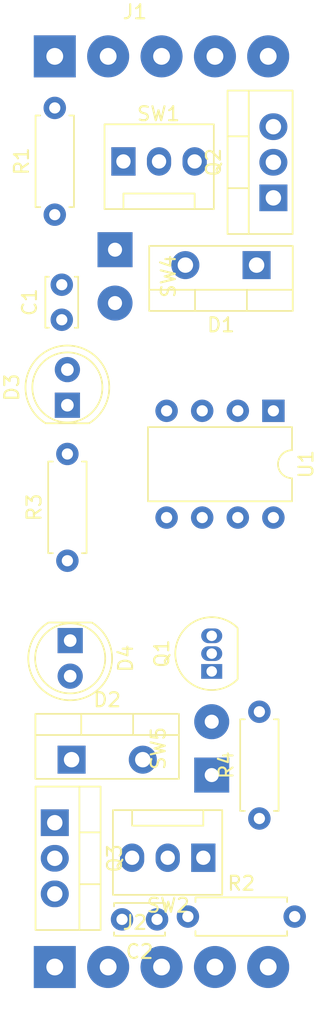
<source format=kicad_pcb>
(kicad_pcb (version 20171130) (host pcbnew 5.1.5+dfsg1-2build2)

  (general
    (thickness 1.6)
    (drawings 0)
    (tracks 0)
    (zones 0)
    (modules 20)
    (nets 20)
  )

  (page A4)
  (layers
    (0 F.Cu signal)
    (31 B.Cu signal)
    (32 B.Adhes user)
    (33 F.Adhes user)
    (34 B.Paste user)
    (35 F.Paste user)
    (36 B.SilkS user)
    (37 F.SilkS user)
    (38 B.Mask user)
    (39 F.Mask user)
    (40 Dwgs.User user)
    (41 Cmts.User user)
    (42 Eco1.User user)
    (43 Eco2.User user)
    (44 Edge.Cuts user)
    (45 Margin user)
    (46 B.CrtYd user)
    (47 F.CrtYd user)
    (48 B.Fab user)
    (49 F.Fab user)
  )

  (setup
    (last_trace_width 3)
    (user_trace_width 1)
    (user_trace_width 3)
    (user_trace_width 5)
    (trace_clearance 0.2)
    (zone_clearance 0.508)
    (zone_45_only no)
    (trace_min 0.2)
    (via_size 0.8)
    (via_drill 0.4)
    (via_min_size 0.4)
    (via_min_drill 0.3)
    (uvia_size 0.3)
    (uvia_drill 0.1)
    (uvias_allowed no)
    (uvia_min_size 0.2)
    (uvia_min_drill 0.1)
    (edge_width 0.05)
    (segment_width 0.2)
    (pcb_text_width 0.3)
    (pcb_text_size 1.5 1.5)
    (mod_edge_width 0.12)
    (mod_text_size 1 1)
    (mod_text_width 0.15)
    (pad_size 1.524 1.524)
    (pad_drill 0.762)
    (pad_to_mask_clearance 0.051)
    (solder_mask_min_width 0.25)
    (aux_axis_origin 0 0)
    (visible_elements FFFFFF7F)
    (pcbplotparams
      (layerselection 0x010fc_ffffffff)
      (usegerberextensions false)
      (usegerberattributes false)
      (usegerberadvancedattributes false)
      (creategerberjobfile false)
      (excludeedgelayer true)
      (linewidth 0.100000)
      (plotframeref false)
      (viasonmask false)
      (mode 1)
      (useauxorigin false)
      (hpglpennumber 1)
      (hpglpenspeed 20)
      (hpglpendiameter 15.000000)
      (psnegative false)
      (psa4output false)
      (plotreference true)
      (plotvalue true)
      (plotinvisibletext false)
      (padsonsilk false)
      (subtractmaskfromsilk false)
      (outputformat 1)
      (mirror false)
      (drillshape 1)
      (scaleselection 1)
      (outputdirectory ""))
  )

  (net 0 "")
  (net 1 "Net-(C1-Pad2)")
  (net 2 "Net-(C1-Pad1)")
  (net 3 "Net-(C2-Pad2)")
  (net 4 "Net-(C2-Pad1)")
  (net 5 +12C)
  (net 6 "Net-(D1-Pad1)")
  (net 7 +12P)
  (net 8 "Net-(D2-Pad1)")
  (net 9 "Net-(Q1-Pad1)")
  (net 10 "Net-(J2-Pad5)")
  (net 11 "Net-(Q1-Pad2)")
  (net 12 "Net-(J1-Pad1)")
  (net 13 "Net-(D4-Pad2)")
  (net 14 GND)
  (net 15 GNDA)
  (net 16 "Net-(D3-Pad1)")
  (net 17 "Net-(SW1-Pad2)")
  (net 18 "Net-(SW4-Pad2)")
  (net 19 "Net-(SW2-Pad2)")

  (net_class Default "This is the default net class."
    (clearance 0.2)
    (trace_width 0.25)
    (via_dia 0.8)
    (via_drill 0.4)
    (uvia_dia 0.3)
    (uvia_drill 0.1)
    (add_net +12C)
    (add_net +12P)
    (add_net GND)
    (add_net GNDA)
    (add_net "Net-(C1-Pad1)")
    (add_net "Net-(C1-Pad2)")
    (add_net "Net-(C2-Pad1)")
    (add_net "Net-(C2-Pad2)")
    (add_net "Net-(D1-Pad1)")
    (add_net "Net-(D2-Pad1)")
    (add_net "Net-(D3-Pad1)")
    (add_net "Net-(D4-Pad2)")
    (add_net "Net-(J1-Pad1)")
    (add_net "Net-(J1-Pad2)")
    (add_net "Net-(J1-Pad3)")
    (add_net "Net-(J2-Pad3)")
    (add_net "Net-(J2-Pad4)")
    (add_net "Net-(J2-Pad5)")
    (add_net "Net-(Q1-Pad1)")
    (add_net "Net-(Q1-Pad2)")
    (add_net "Net-(SW1-Pad2)")
    (add_net "Net-(SW2-Pad2)")
    (add_net "Net-(SW4-Pad2)")
    (add_net "Net-(U1-Pad1)")
    (add_net "Net-(U1-Pad4)")
    (add_net "Net-(U1-Pad7)")
  )

  (module Connector_Wire:SolderWirePad_1x02_P3.81mm_Drill1mm (layer F.Cu) (tedit 5AEE5F04) (tstamp 60FE4A79)
    (at 188.2 113.3 90)
    (descr "Wire solder connection")
    (tags connector)
    (path /618F92AA)
    (attr virtual)
    (fp_text reference SW5 (at 1.905 -3.81 90) (layer F.SilkS)
      (effects (font (size 1 1) (thickness 0.15)))
    )
    (fp_text value "Manual B" (at 1.905 3.81 90) (layer F.Fab)
      (effects (font (size 1 1) (thickness 0.15)))
    )
    (fp_line (start 5.56 1.75) (end -1.74 1.75) (layer F.CrtYd) (width 0.05))
    (fp_line (start 5.56 1.75) (end 5.56 -1.75) (layer F.CrtYd) (width 0.05))
    (fp_line (start -1.74 -1.75) (end -1.74 1.75) (layer F.CrtYd) (width 0.05))
    (fp_line (start -1.74 -1.75) (end 5.56 -1.75) (layer F.CrtYd) (width 0.05))
    (fp_text user %R (at 1.905 0 90) (layer F.Fab)
      (effects (font (size 1 1) (thickness 0.15)))
    )
    (pad 2 thru_hole circle (at 3.81 0 90) (size 2.49936 2.49936) (drill 1.00076) (layers *.Cu *.Mask)
      (net 9 "Net-(Q1-Pad1)"))
    (pad 1 thru_hole rect (at 0 0 90) (size 2.49936 2.49936) (drill 1.00076) (layers *.Cu *.Mask)
      (net 19 "Net-(SW2-Pad2)"))
  )

  (module Connector_Wire:SolderWirePad_1x02_P3.81mm_Drill1mm (layer F.Cu) (tedit 5AEE5F04) (tstamp 60FE4CB0)
    (at 181.3 75.8 270)
    (descr "Wire solder connection")
    (tags connector)
    (path /618F82CE)
    (attr virtual)
    (fp_text reference SW4 (at 1.905 -3.81 90) (layer F.SilkS)
      (effects (font (size 1 1) (thickness 0.15)))
    )
    (fp_text value "Manual A" (at 1.905 3.81 90) (layer F.Fab)
      (effects (font (size 1 1) (thickness 0.15)))
    )
    (fp_line (start 5.56 1.75) (end -1.74 1.75) (layer F.CrtYd) (width 0.05))
    (fp_line (start 5.56 1.75) (end 5.56 -1.75) (layer F.CrtYd) (width 0.05))
    (fp_line (start -1.74 -1.75) (end -1.74 1.75) (layer F.CrtYd) (width 0.05))
    (fp_line (start -1.74 -1.75) (end 5.56 -1.75) (layer F.CrtYd) (width 0.05))
    (fp_text user %R (at 1.905 0 90) (layer F.Fab)
      (effects (font (size 1 1) (thickness 0.15)))
    )
    (pad 2 thru_hole circle (at 3.81 0 270) (size 2.49936 2.49936) (drill 1.00076) (layers *.Cu *.Mask)
      (net 18 "Net-(SW4-Pad2)"))
    (pad 1 thru_hole rect (at 0 0 270) (size 2.49936 2.49936) (drill 1.00076) (layers *.Cu *.Mask)
      (net 17 "Net-(SW1-Pad2)"))
  )

  (module LED_THT:LED_D5.0mm (layer F.Cu) (tedit 5995936A) (tstamp 60FE27B2)
    (at 177.9 86.9 90)
    (descr "LED, diameter 5.0mm, 2 pins, http://cdn-reichelt.de/documents/datenblatt/A500/LL-504BC2E-009.pdf")
    (tags "LED diameter 5.0mm 2 pins")
    (path /61A46EBA)
    (fp_text reference D3 (at 1.27 -3.96 90) (layer F.SilkS)
      (effects (font (size 1 1) (thickness 0.15)))
    )
    (fp_text value LED_Dual_Bidirectional-Device (at 1.27 3.96 90) (layer F.Fab)
      (effects (font (size 1 1) (thickness 0.15)))
    )
    (fp_text user %R (at 1.25 0 90) (layer F.Fab)
      (effects (font (size 0.8 0.8) (thickness 0.2)))
    )
    (fp_line (start 4.5 -3.25) (end -1.95 -3.25) (layer F.CrtYd) (width 0.05))
    (fp_line (start 4.5 3.25) (end 4.5 -3.25) (layer F.CrtYd) (width 0.05))
    (fp_line (start -1.95 3.25) (end 4.5 3.25) (layer F.CrtYd) (width 0.05))
    (fp_line (start -1.95 -3.25) (end -1.95 3.25) (layer F.CrtYd) (width 0.05))
    (fp_line (start -1.29 -1.545) (end -1.29 1.545) (layer F.SilkS) (width 0.12))
    (fp_line (start -1.23 -1.469694) (end -1.23 1.469694) (layer F.Fab) (width 0.1))
    (fp_circle (center 1.27 0) (end 3.77 0) (layer F.SilkS) (width 0.12))
    (fp_circle (center 1.27 0) (end 3.77 0) (layer F.Fab) (width 0.1))
    (fp_arc (start 1.27 0) (end -1.29 1.54483) (angle -148.9) (layer F.SilkS) (width 0.12))
    (fp_arc (start 1.27 0) (end -1.29 -1.54483) (angle 148.9) (layer F.SilkS) (width 0.12))
    (fp_arc (start 1.27 0) (end -1.23 -1.469694) (angle 299.1) (layer F.Fab) (width 0.1))
    (pad 2 thru_hole circle (at 2.54 0 90) (size 1.8 1.8) (drill 0.9) (layers *.Cu *.Mask)
      (net 15 GNDA))
    (pad 1 thru_hole rect (at 0 0 90) (size 1.8 1.8) (drill 0.9) (layers *.Cu *.Mask)
      (net 16 "Net-(D3-Pad1)"))
    (model ${KISYS3DMOD}/LED_THT.3dshapes/LED_D5.0mm.wrl
      (at (xyz 0 0 0))
      (scale (xyz 1 1 1))
      (rotate (xyz 0 0 0))
    )
  )

  (module Connector:FanPinHeader_1x03_P2.54mm_Vertical (layer F.Cu) (tedit 5A19DCDF) (tstamp 60FE23A1)
    (at 187.6 119.2 180)
    (descr "3-pin CPU fan Through hole pin header, see http://www.formfactors.org/developer%5Cspecs%5Crev1_2_public.pdf")
    (tags "pin header 3-pin CPU fan")
    (path /612ED73C)
    (fp_text reference SW2 (at 2.5 -3.4) (layer F.SilkS)
      (effects (font (size 1 1) (thickness 0.15)))
    )
    (fp_text value "BUILT IN" (at 2.55 4.5) (layer F.Fab)
      (effects (font (size 1 1) (thickness 0.15)))
    )
    (fp_line (start 6.85 -3.05) (end 6.85 3.8) (layer F.CrtYd) (width 0.05))
    (fp_line (start 6.85 -3.05) (end -1.75 -3.05) (layer F.CrtYd) (width 0.05))
    (fp_line (start -1.75 3.8) (end 6.85 3.8) (layer F.CrtYd) (width 0.05))
    (fp_line (start -1.75 3.8) (end -1.75 -3.05) (layer F.CrtYd) (width 0.05))
    (fp_line (start 5.08 2.29) (end 5.08 3.3) (layer F.SilkS) (width 0.12))
    (fp_line (start 0 2.29) (end 5.08 2.29) (layer F.SilkS) (width 0.12))
    (fp_line (start 0 3.3) (end 0 2.29) (layer F.SilkS) (width 0.12))
    (fp_line (start 6.35 3.3) (end -1.25 3.3) (layer F.Fab) (width 0.1))
    (fp_line (start 6.35 -2.55) (end 6.35 3.3) (layer F.Fab) (width 0.1))
    (fp_line (start -1.25 -2.55) (end 6.35 -2.55) (layer F.Fab) (width 0.1))
    (fp_line (start -1.25 3.3) (end -1.25 -2.55) (layer F.Fab) (width 0.1))
    (fp_line (start 0 2.3) (end 0 3.3) (layer F.Fab) (width 0.1))
    (fp_line (start 5.05 2.3) (end 0 2.3) (layer F.Fab) (width 0.1))
    (fp_line (start 5.05 3.3) (end 5.05 2.3) (layer F.Fab) (width 0.1))
    (fp_line (start 6.45 3.4) (end -1.35 3.4) (layer F.SilkS) (width 0.12))
    (fp_line (start 6.45 -2.65) (end 6.45 3.4) (layer F.SilkS) (width 0.12))
    (fp_line (start -1.35 -2.65) (end 6.45 -2.65) (layer F.SilkS) (width 0.12))
    (fp_line (start -1.35 3.4) (end -1.35 -2.65) (layer F.SilkS) (width 0.12))
    (fp_text user %R (at 2.45 1.8) (layer F.Fab)
      (effects (font (size 1 1) (thickness 0.15)))
    )
    (pad 3 thru_hole oval (at 5.08 0 270) (size 2.03 1.73) (drill 1.02) (layers *.Cu *.Mask)
      (net 8 "Net-(D2-Pad1)"))
    (pad 2 thru_hole oval (at 2.54 0 270) (size 2.03 1.73) (drill 1.02) (layers *.Cu *.Mask)
      (net 19 "Net-(SW2-Pad2)"))
    (pad 1 thru_hole rect (at 0 0 270) (size 2.03 1.73) (drill 1.02) (layers *.Cu *.Mask)
      (net 7 +12P))
    (model ${KISYS3DMOD}/Connector.3dshapes/FanPinHeader_1x03_P2.54mm_Vertical.wrl
      (at (xyz 0 0 0))
      (scale (xyz 1 1 1))
      (rotate (xyz 0 0 0))
    )
  )

  (module Connector:FanPinHeader_1x03_P2.54mm_Vertical (layer F.Cu) (tedit 5A19DCDF) (tstamp 60FE7AC2)
    (at 181.9 69.5)
    (descr "3-pin CPU fan Through hole pin header, see http://www.formfactors.org/developer%5Cspecs%5Crev1_2_public.pdf")
    (tags "pin header 3-pin CPU fan")
    (path /618A7A6C)
    (fp_text reference SW1 (at 2.5 -3.4) (layer F.SilkS)
      (effects (font (size 1 1) (thickness 0.15)))
    )
    (fp_text value "BUILT IN" (at 2.55 4.5) (layer F.Fab)
      (effects (font (size 1 1) (thickness 0.15)))
    )
    (fp_line (start 6.85 -3.05) (end 6.85 3.8) (layer F.CrtYd) (width 0.05))
    (fp_line (start 6.85 -3.05) (end -1.75 -3.05) (layer F.CrtYd) (width 0.05))
    (fp_line (start -1.75 3.8) (end 6.85 3.8) (layer F.CrtYd) (width 0.05))
    (fp_line (start -1.75 3.8) (end -1.75 -3.05) (layer F.CrtYd) (width 0.05))
    (fp_line (start 5.08 2.29) (end 5.08 3.3) (layer F.SilkS) (width 0.12))
    (fp_line (start 0 2.29) (end 5.08 2.29) (layer F.SilkS) (width 0.12))
    (fp_line (start 0 3.3) (end 0 2.29) (layer F.SilkS) (width 0.12))
    (fp_line (start 6.35 3.3) (end -1.25 3.3) (layer F.Fab) (width 0.1))
    (fp_line (start 6.35 -2.55) (end 6.35 3.3) (layer F.Fab) (width 0.1))
    (fp_line (start -1.25 -2.55) (end 6.35 -2.55) (layer F.Fab) (width 0.1))
    (fp_line (start -1.25 3.3) (end -1.25 -2.55) (layer F.Fab) (width 0.1))
    (fp_line (start 0 2.3) (end 0 3.3) (layer F.Fab) (width 0.1))
    (fp_line (start 5.05 2.3) (end 0 2.3) (layer F.Fab) (width 0.1))
    (fp_line (start 5.05 3.3) (end 5.05 2.3) (layer F.Fab) (width 0.1))
    (fp_line (start 6.45 3.4) (end -1.35 3.4) (layer F.SilkS) (width 0.12))
    (fp_line (start 6.45 -2.65) (end 6.45 3.4) (layer F.SilkS) (width 0.12))
    (fp_line (start -1.35 -2.65) (end 6.45 -2.65) (layer F.SilkS) (width 0.12))
    (fp_line (start -1.35 3.4) (end -1.35 -2.65) (layer F.SilkS) (width 0.12))
    (fp_text user %R (at 2.45 1.8) (layer F.Fab)
      (effects (font (size 1 1) (thickness 0.15)))
    )
    (pad 3 thru_hole oval (at 5.08 0 90) (size 2.03 1.73) (drill 1.02) (layers *.Cu *.Mask)
      (net 6 "Net-(D1-Pad1)"))
    (pad 2 thru_hole oval (at 2.54 0 90) (size 2.03 1.73) (drill 1.02) (layers *.Cu *.Mask)
      (net 17 "Net-(SW1-Pad2)"))
    (pad 1 thru_hole rect (at 0 0 90) (size 2.03 1.73) (drill 1.02) (layers *.Cu *.Mask)
      (net 5 +12C))
    (model ${KISYS3DMOD}/Connector.3dshapes/FanPinHeader_1x03_P2.54mm_Vertical.wrl
      (at (xyz 0 0 0))
      (scale (xyz 1 1 1))
      (rotate (xyz 0 0 0))
    )
  )

  (module Resistor_THT:R_Axial_DIN0207_L6.3mm_D2.5mm_P7.62mm_Horizontal (layer F.Cu) (tedit 5AE5139B) (tstamp 60FE1CB5)
    (at 191.6 116.4 90)
    (descr "Resistor, Axial_DIN0207 series, Axial, Horizontal, pin pitch=7.62mm, 0.25W = 1/4W, length*diameter=6.3*2.5mm^2, http://cdn-reichelt.de/documents/datenblatt/B400/1_4W%23YAG.pdf")
    (tags "Resistor Axial_DIN0207 series Axial Horizontal pin pitch 7.62mm 0.25W = 1/4W length 6.3mm diameter 2.5mm")
    (path /61A3C534)
    (fp_text reference R4 (at 3.81 -2.37 90) (layer F.SilkS)
      (effects (font (size 1 1) (thickness 0.15)))
    )
    (fp_text value "680 Ohm" (at 3.81 2.37 90) (layer F.Fab)
      (effects (font (size 1 1) (thickness 0.15)))
    )
    (fp_text user %R (at 3.81 0 90) (layer F.Fab)
      (effects (font (size 1 1) (thickness 0.15)))
    )
    (fp_line (start 8.67 -1.5) (end -1.05 -1.5) (layer F.CrtYd) (width 0.05))
    (fp_line (start 8.67 1.5) (end 8.67 -1.5) (layer F.CrtYd) (width 0.05))
    (fp_line (start -1.05 1.5) (end 8.67 1.5) (layer F.CrtYd) (width 0.05))
    (fp_line (start -1.05 -1.5) (end -1.05 1.5) (layer F.CrtYd) (width 0.05))
    (fp_line (start 7.08 1.37) (end 7.08 1.04) (layer F.SilkS) (width 0.12))
    (fp_line (start 0.54 1.37) (end 7.08 1.37) (layer F.SilkS) (width 0.12))
    (fp_line (start 0.54 1.04) (end 0.54 1.37) (layer F.SilkS) (width 0.12))
    (fp_line (start 7.08 -1.37) (end 7.08 -1.04) (layer F.SilkS) (width 0.12))
    (fp_line (start 0.54 -1.37) (end 7.08 -1.37) (layer F.SilkS) (width 0.12))
    (fp_line (start 0.54 -1.04) (end 0.54 -1.37) (layer F.SilkS) (width 0.12))
    (fp_line (start 7.62 0) (end 6.96 0) (layer F.Fab) (width 0.1))
    (fp_line (start 0 0) (end 0.66 0) (layer F.Fab) (width 0.1))
    (fp_line (start 6.96 -1.25) (end 0.66 -1.25) (layer F.Fab) (width 0.1))
    (fp_line (start 6.96 1.25) (end 6.96 -1.25) (layer F.Fab) (width 0.1))
    (fp_line (start 0.66 1.25) (end 6.96 1.25) (layer F.Fab) (width 0.1))
    (fp_line (start 0.66 -1.25) (end 0.66 1.25) (layer F.Fab) (width 0.1))
    (pad 2 thru_hole oval (at 7.62 0 90) (size 1.6 1.6) (drill 0.8) (layers *.Cu *.Mask)
      (net 13 "Net-(D4-Pad2)"))
    (pad 1 thru_hole circle (at 0 0 90) (size 1.6 1.6) (drill 0.8) (layers *.Cu *.Mask)
      (net 7 +12P))
    (model ${KISYS3DMOD}/Resistor_THT.3dshapes/R_Axial_DIN0207_L6.3mm_D2.5mm_P7.62mm_Horizontal.wrl
      (at (xyz 0 0 0))
      (scale (xyz 1 1 1))
      (rotate (xyz 0 0 0))
    )
  )

  (module Resistor_THT:R_Axial_DIN0207_L6.3mm_D2.5mm_P7.62mm_Horizontal (layer F.Cu) (tedit 5AE5139B) (tstamp 60FE1C9E)
    (at 177.9 98 90)
    (descr "Resistor, Axial_DIN0207 series, Axial, Horizontal, pin pitch=7.62mm, 0.25W = 1/4W, length*diameter=6.3*2.5mm^2, http://cdn-reichelt.de/documents/datenblatt/B400/1_4W%23YAG.pdf")
    (tags "Resistor Axial_DIN0207 series Axial Horizontal pin pitch 7.62mm 0.25W = 1/4W length 6.3mm diameter 2.5mm")
    (path /61A46EC0)
    (fp_text reference R3 (at 3.81 -2.37 90) (layer F.SilkS)
      (effects (font (size 1 1) (thickness 0.15)))
    )
    (fp_text value "680 Ohm" (at 3.81 2.37 90) (layer F.Fab)
      (effects (font (size 1 1) (thickness 0.15)))
    )
    (fp_text user %R (at 3.81 0 90) (layer F.Fab)
      (effects (font (size 1 1) (thickness 0.15)))
    )
    (fp_line (start 8.67 -1.5) (end -1.05 -1.5) (layer F.CrtYd) (width 0.05))
    (fp_line (start 8.67 1.5) (end 8.67 -1.5) (layer F.CrtYd) (width 0.05))
    (fp_line (start -1.05 1.5) (end 8.67 1.5) (layer F.CrtYd) (width 0.05))
    (fp_line (start -1.05 -1.5) (end -1.05 1.5) (layer F.CrtYd) (width 0.05))
    (fp_line (start 7.08 1.37) (end 7.08 1.04) (layer F.SilkS) (width 0.12))
    (fp_line (start 0.54 1.37) (end 7.08 1.37) (layer F.SilkS) (width 0.12))
    (fp_line (start 0.54 1.04) (end 0.54 1.37) (layer F.SilkS) (width 0.12))
    (fp_line (start 7.08 -1.37) (end 7.08 -1.04) (layer F.SilkS) (width 0.12))
    (fp_line (start 0.54 -1.37) (end 7.08 -1.37) (layer F.SilkS) (width 0.12))
    (fp_line (start 0.54 -1.04) (end 0.54 -1.37) (layer F.SilkS) (width 0.12))
    (fp_line (start 7.62 0) (end 6.96 0) (layer F.Fab) (width 0.1))
    (fp_line (start 0 0) (end 0.66 0) (layer F.Fab) (width 0.1))
    (fp_line (start 6.96 -1.25) (end 0.66 -1.25) (layer F.Fab) (width 0.1))
    (fp_line (start 6.96 1.25) (end 6.96 -1.25) (layer F.Fab) (width 0.1))
    (fp_line (start 0.66 1.25) (end 6.96 1.25) (layer F.Fab) (width 0.1))
    (fp_line (start 0.66 -1.25) (end 0.66 1.25) (layer F.Fab) (width 0.1))
    (pad 2 thru_hole oval (at 7.62 0 90) (size 1.6 1.6) (drill 0.8) (layers *.Cu *.Mask)
      (net 16 "Net-(D3-Pad1)"))
    (pad 1 thru_hole circle (at 0 0 90) (size 1.6 1.6) (drill 0.8) (layers *.Cu *.Mask)
      (net 5 +12C))
    (model ${KISYS3DMOD}/Resistor_THT.3dshapes/R_Axial_DIN0207_L6.3mm_D2.5mm_P7.62mm_Horizontal.wrl
      (at (xyz 0 0 0))
      (scale (xyz 1 1 1))
      (rotate (xyz 0 0 0))
    )
  )

  (module 12vATS:SolderWirePad_1x05_P3.81mm_Drill1.2mm (layer F.Cu) (tedit 60FE0760) (tstamp 60FE1BA9)
    (at 177 127)
    (descr "Wire solder connection")
    (tags connector)
    (path /612F8AB5)
    (attr virtual)
    (fp_text reference J2 (at 5.715 -3.175) (layer F.SilkS)
      (effects (font (size 1 1) (thickness 0.15)))
    )
    (fp_text value Screw_Terminal_01x05 (at 5.715 3.175) (layer F.Fab)
      (effects (font (size 1 1) (thickness 0.15)))
    )
    (fp_line (start 17.1 2) (end -1.99 2) (layer F.CrtYd) (width 0.05))
    (fp_line (start 17.1 2) (end 17.1 -2) (layer F.CrtYd) (width 0.05))
    (fp_line (start -1.99 -2) (end -1.99 2) (layer F.CrtYd) (width 0.05))
    (fp_line (start -1.99 -2) (end 17.1 -2) (layer F.CrtYd) (width 0.05))
    (fp_text user %R (at 5.715 0) (layer F.Fab)
      (effects (font (size 1 1) (thickness 0.15)))
    )
    (pad 5 thru_hole circle (at 15.23 0) (size 2.99974 2.99974) (drill 1.19888) (layers *.Cu *.Mask)
      (net 10 "Net-(J2-Pad5)"))
    (pad 4 thru_hole circle (at 11.43 0) (size 2.99974 2.99974) (drill 1.19888) (layers *.Cu *.Mask))
    (pad 3 thru_hole circle (at 7.62 0) (size 2.99974 2.99974) (drill 1.19888) (layers *.Cu *.Mask))
    (pad 2 thru_hole circle (at 3.81 0) (size 2.99974 2.99974) (drill 1.19888) (layers *.Cu *.Mask)
      (net 7 +12P))
    (pad 1 thru_hole rect (at 0 0) (size 2.99974 2.99974) (drill 1.19888) (layers *.Cu *.Mask)
      (net 14 GND))
  )

  (module 12vATS:SolderWirePad_1x05_P3.81mm_Drill1.2mm (layer F.Cu) (tedit 60FE0760) (tstamp 60FE1D91)
    (at 177 62)
    (descr "Wire solder connection")
    (tags connector)
    (path /612FAE2C)
    (attr virtual)
    (fp_text reference J1 (at 5.715 -3.175) (layer F.SilkS)
      (effects (font (size 1 1) (thickness 0.15)))
    )
    (fp_text value Screw_Terminal_01x05 (at 5.715 3.175) (layer F.Fab)
      (effects (font (size 1 1) (thickness 0.15)))
    )
    (fp_line (start 17.1 2) (end -1.99 2) (layer F.CrtYd) (width 0.05))
    (fp_line (start 17.1 2) (end 17.1 -2) (layer F.CrtYd) (width 0.05))
    (fp_line (start -1.99 -2) (end -1.99 2) (layer F.CrtYd) (width 0.05))
    (fp_line (start -1.99 -2) (end 17.1 -2) (layer F.CrtYd) (width 0.05))
    (fp_text user %R (at 5.715 0) (layer F.Fab)
      (effects (font (size 1 1) (thickness 0.15)))
    )
    (pad 5 thru_hole circle (at 15.23 0) (size 2.99974 2.99974) (drill 1.19888) (layers *.Cu *.Mask)
      (net 15 GNDA))
    (pad 4 thru_hole circle (at 11.43 0) (size 2.99974 2.99974) (drill 1.19888) (layers *.Cu *.Mask)
      (net 5 +12C))
    (pad 3 thru_hole circle (at 7.62 0) (size 2.99974 2.99974) (drill 1.19888) (layers *.Cu *.Mask))
    (pad 2 thru_hole circle (at 3.81 0) (size 2.99974 2.99974) (drill 1.19888) (layers *.Cu *.Mask))
    (pad 1 thru_hole rect (at 0 0) (size 2.99974 2.99974) (drill 1.19888) (layers *.Cu *.Mask)
      (net 12 "Net-(J1-Pad1)"))
  )

  (module LED_THT:LED_D5.0mm (layer F.Cu) (tedit 5995936A) (tstamp 60FE1B8D)
    (at 178.1 103.7 270)
    (descr "LED, diameter 5.0mm, 2 pins, http://cdn-reichelt.de/documents/datenblatt/A500/LL-504BC2E-009.pdf")
    (tags "LED diameter 5.0mm 2 pins")
    (path /619C6BEA)
    (fp_text reference D4 (at 1.27 -3.96 90) (layer F.SilkS)
      (effects (font (size 1 1) (thickness 0.15)))
    )
    (fp_text value LED_Dual_Bidirectional-Device (at 1.27 3.96 90) (layer F.Fab)
      (effects (font (size 1 1) (thickness 0.15)))
    )
    (fp_text user %R (at 1.25 0 90) (layer F.Fab)
      (effects (font (size 0.8 0.8) (thickness 0.2)))
    )
    (fp_line (start 4.5 -3.25) (end -1.95 -3.25) (layer F.CrtYd) (width 0.05))
    (fp_line (start 4.5 3.25) (end 4.5 -3.25) (layer F.CrtYd) (width 0.05))
    (fp_line (start -1.95 3.25) (end 4.5 3.25) (layer F.CrtYd) (width 0.05))
    (fp_line (start -1.95 -3.25) (end -1.95 3.25) (layer F.CrtYd) (width 0.05))
    (fp_line (start -1.29 -1.545) (end -1.29 1.545) (layer F.SilkS) (width 0.12))
    (fp_line (start -1.23 -1.469694) (end -1.23 1.469694) (layer F.Fab) (width 0.1))
    (fp_circle (center 1.27 0) (end 3.77 0) (layer F.SilkS) (width 0.12))
    (fp_circle (center 1.27 0) (end 3.77 0) (layer F.Fab) (width 0.1))
    (fp_arc (start 1.27 0) (end -1.29 1.54483) (angle -148.9) (layer F.SilkS) (width 0.12))
    (fp_arc (start 1.27 0) (end -1.29 -1.54483) (angle 148.9) (layer F.SilkS) (width 0.12))
    (fp_arc (start 1.27 0) (end -1.23 -1.469694) (angle 299.1) (layer F.Fab) (width 0.1))
    (pad 2 thru_hole circle (at 2.54 0 270) (size 1.8 1.8) (drill 0.9) (layers *.Cu *.Mask)
      (net 13 "Net-(D4-Pad2)"))
    (pad 1 thru_hole rect (at 0 0 270) (size 1.8 1.8) (drill 0.9) (layers *.Cu *.Mask)
      (net 14 GND))
    (model ${KISYS3DMOD}/LED_THT.3dshapes/LED_D5.0mm.wrl
      (at (xyz 0 0 0))
      (scale (xyz 1 1 1))
      (rotate (xyz 0 0 0))
    )
  )

  (module Package_DIP:DIP-8_W7.62mm (layer F.Cu) (tedit 5A02E8C5) (tstamp 60FE8829)
    (at 192.6 87.3 270)
    (descr "8-lead though-hole mounted DIP package, row spacing 7.62 mm (300 mils)")
    (tags "THT DIP DIL PDIP 2.54mm 7.62mm 300mil")
    (path /617B2F42)
    (fp_text reference U1 (at 3.81 -2.33 90) (layer F.SilkS)
      (effects (font (size 1 1) (thickness 0.15)))
    )
    (fp_text value TLP351 (at 3.81 9.95 90) (layer F.Fab)
      (effects (font (size 1 1) (thickness 0.15)))
    )
    (fp_text user %R (at 3.81 3.81 90) (layer F.Fab)
      (effects (font (size 1 1) (thickness 0.15)))
    )
    (fp_line (start 8.7 -1.55) (end -1.1 -1.55) (layer F.CrtYd) (width 0.05))
    (fp_line (start 8.7 9.15) (end 8.7 -1.55) (layer F.CrtYd) (width 0.05))
    (fp_line (start -1.1 9.15) (end 8.7 9.15) (layer F.CrtYd) (width 0.05))
    (fp_line (start -1.1 -1.55) (end -1.1 9.15) (layer F.CrtYd) (width 0.05))
    (fp_line (start 6.46 -1.33) (end 4.81 -1.33) (layer F.SilkS) (width 0.12))
    (fp_line (start 6.46 8.95) (end 6.46 -1.33) (layer F.SilkS) (width 0.12))
    (fp_line (start 1.16 8.95) (end 6.46 8.95) (layer F.SilkS) (width 0.12))
    (fp_line (start 1.16 -1.33) (end 1.16 8.95) (layer F.SilkS) (width 0.12))
    (fp_line (start 2.81 -1.33) (end 1.16 -1.33) (layer F.SilkS) (width 0.12))
    (fp_line (start 0.635 -0.27) (end 1.635 -1.27) (layer F.Fab) (width 0.1))
    (fp_line (start 0.635 8.89) (end 0.635 -0.27) (layer F.Fab) (width 0.1))
    (fp_line (start 6.985 8.89) (end 0.635 8.89) (layer F.Fab) (width 0.1))
    (fp_line (start 6.985 -1.27) (end 6.985 8.89) (layer F.Fab) (width 0.1))
    (fp_line (start 1.635 -1.27) (end 6.985 -1.27) (layer F.Fab) (width 0.1))
    (fp_arc (start 3.81 -1.33) (end 2.81 -1.33) (angle -180) (layer F.SilkS) (width 0.12))
    (pad 8 thru_hole oval (at 7.62 0 270) (size 1.6 1.6) (drill 0.8) (layers *.Cu *.Mask)
      (net 7 +12P))
    (pad 4 thru_hole oval (at 0 7.62 270) (size 1.6 1.6) (drill 0.8) (layers *.Cu *.Mask))
    (pad 7 thru_hole oval (at 7.62 2.54 270) (size 1.6 1.6) (drill 0.8) (layers *.Cu *.Mask))
    (pad 3 thru_hole oval (at 0 5.08 270) (size 1.6 1.6) (drill 0.8) (layers *.Cu *.Mask)
      (net 18 "Net-(SW4-Pad2)"))
    (pad 6 thru_hole oval (at 7.62 5.08 270) (size 1.6 1.6) (drill 0.8) (layers *.Cu *.Mask)
      (net 11 "Net-(Q1-Pad2)"))
    (pad 2 thru_hole oval (at 0 2.54 270) (size 1.6 1.6) (drill 0.8) (layers *.Cu *.Mask)
      (net 6 "Net-(D1-Pad1)"))
    (pad 5 thru_hole oval (at 7.62 7.62 270) (size 1.6 1.6) (drill 0.8) (layers *.Cu *.Mask)
      (net 9 "Net-(Q1-Pad1)"))
    (pad 1 thru_hole rect (at 0 0 270) (size 1.6 1.6) (drill 0.8) (layers *.Cu *.Mask))
    (model ${KISYS3DMOD}/Package_DIP.3dshapes/DIP-8_W7.62mm.wrl
      (at (xyz 0 0 0))
      (scale (xyz 1 1 1))
      (rotate (xyz 0 0 0))
    )
  )

  (module Resistor_THT:R_Axial_DIN0207_L6.3mm_D2.5mm_P7.62mm_Horizontal (layer F.Cu) (tedit 5AE5139B) (tstamp 60FE035E)
    (at 186.5 123.4)
    (descr "Resistor, Axial_DIN0207 series, Axial, Horizontal, pin pitch=7.62mm, 0.25W = 1/4W, length*diameter=6.3*2.5mm^2, http://cdn-reichelt.de/documents/datenblatt/B400/1_4W%23YAG.pdf")
    (tags "Resistor Axial_DIN0207 series Axial Horizontal pin pitch 7.62mm 0.25W = 1/4W length 6.3mm diameter 2.5mm")
    (path /61434209)
    (fp_text reference R2 (at 3.81 -2.37) (layer F.SilkS)
      (effects (font (size 1 1) (thickness 0.15)))
    )
    (fp_text value "1M Ohm" (at 3.81 2.37) (layer F.Fab)
      (effects (font (size 1 1) (thickness 0.15)))
    )
    (fp_text user %R (at 3.81 0) (layer F.Fab)
      (effects (font (size 1 1) (thickness 0.15)))
    )
    (fp_line (start 8.67 -1.5) (end -1.05 -1.5) (layer F.CrtYd) (width 0.05))
    (fp_line (start 8.67 1.5) (end 8.67 -1.5) (layer F.CrtYd) (width 0.05))
    (fp_line (start -1.05 1.5) (end 8.67 1.5) (layer F.CrtYd) (width 0.05))
    (fp_line (start -1.05 -1.5) (end -1.05 1.5) (layer F.CrtYd) (width 0.05))
    (fp_line (start 7.08 1.37) (end 7.08 1.04) (layer F.SilkS) (width 0.12))
    (fp_line (start 0.54 1.37) (end 7.08 1.37) (layer F.SilkS) (width 0.12))
    (fp_line (start 0.54 1.04) (end 0.54 1.37) (layer F.SilkS) (width 0.12))
    (fp_line (start 7.08 -1.37) (end 7.08 -1.04) (layer F.SilkS) (width 0.12))
    (fp_line (start 0.54 -1.37) (end 7.08 -1.37) (layer F.SilkS) (width 0.12))
    (fp_line (start 0.54 -1.04) (end 0.54 -1.37) (layer F.SilkS) (width 0.12))
    (fp_line (start 7.62 0) (end 6.96 0) (layer F.Fab) (width 0.1))
    (fp_line (start 0 0) (end 0.66 0) (layer F.Fab) (width 0.1))
    (fp_line (start 6.96 -1.25) (end 0.66 -1.25) (layer F.Fab) (width 0.1))
    (fp_line (start 6.96 1.25) (end 6.96 -1.25) (layer F.Fab) (width 0.1))
    (fp_line (start 0.66 1.25) (end 6.96 1.25) (layer F.Fab) (width 0.1))
    (fp_line (start 0.66 -1.25) (end 0.66 1.25) (layer F.Fab) (width 0.1))
    (pad 2 thru_hole oval (at 7.62 0) (size 1.6 1.6) (drill 0.8) (layers *.Cu *.Mask)
      (net 10 "Net-(J2-Pad5)"))
    (pad 1 thru_hole circle (at 0 0) (size 1.6 1.6) (drill 0.8) (layers *.Cu *.Mask)
      (net 4 "Net-(C2-Pad1)"))
    (model ${KISYS3DMOD}/Resistor_THT.3dshapes/R_Axial_DIN0207_L6.3mm_D2.5mm_P7.62mm_Horizontal.wrl
      (at (xyz 0 0 0))
      (scale (xyz 1 1 1))
      (rotate (xyz 0 0 0))
    )
  )

  (module Resistor_THT:R_Axial_DIN0207_L6.3mm_D2.5mm_P7.62mm_Horizontal (layer F.Cu) (tedit 5AE5139B) (tstamp 60FE0347)
    (at 177 73.3 90)
    (descr "Resistor, Axial_DIN0207 series, Axial, Horizontal, pin pitch=7.62mm, 0.25W = 1/4W, length*diameter=6.3*2.5mm^2, http://cdn-reichelt.de/documents/datenblatt/B400/1_4W%23YAG.pdf")
    (tags "Resistor Axial_DIN0207 series Axial Horizontal pin pitch 7.62mm 0.25W = 1/4W length 6.3mm diameter 2.5mm")
    (path /618B6B93)
    (fp_text reference R1 (at 3.81 -2.37 90) (layer F.SilkS)
      (effects (font (size 1 1) (thickness 0.15)))
    )
    (fp_text value "1M Ohm" (at 3.81 2.37 90) (layer F.Fab)
      (effects (font (size 1 1) (thickness 0.15)))
    )
    (fp_text user %R (at 3.81 0 90) (layer F.Fab)
      (effects (font (size 1 1) (thickness 0.15)))
    )
    (fp_line (start 8.67 -1.5) (end -1.05 -1.5) (layer F.CrtYd) (width 0.05))
    (fp_line (start 8.67 1.5) (end 8.67 -1.5) (layer F.CrtYd) (width 0.05))
    (fp_line (start -1.05 1.5) (end 8.67 1.5) (layer F.CrtYd) (width 0.05))
    (fp_line (start -1.05 -1.5) (end -1.05 1.5) (layer F.CrtYd) (width 0.05))
    (fp_line (start 7.08 1.37) (end 7.08 1.04) (layer F.SilkS) (width 0.12))
    (fp_line (start 0.54 1.37) (end 7.08 1.37) (layer F.SilkS) (width 0.12))
    (fp_line (start 0.54 1.04) (end 0.54 1.37) (layer F.SilkS) (width 0.12))
    (fp_line (start 7.08 -1.37) (end 7.08 -1.04) (layer F.SilkS) (width 0.12))
    (fp_line (start 0.54 -1.37) (end 7.08 -1.37) (layer F.SilkS) (width 0.12))
    (fp_line (start 0.54 -1.04) (end 0.54 -1.37) (layer F.SilkS) (width 0.12))
    (fp_line (start 7.62 0) (end 6.96 0) (layer F.Fab) (width 0.1))
    (fp_line (start 0 0) (end 0.66 0) (layer F.Fab) (width 0.1))
    (fp_line (start 6.96 -1.25) (end 0.66 -1.25) (layer F.Fab) (width 0.1))
    (fp_line (start 6.96 1.25) (end 6.96 -1.25) (layer F.Fab) (width 0.1))
    (fp_line (start 0.66 1.25) (end 6.96 1.25) (layer F.Fab) (width 0.1))
    (fp_line (start 0.66 -1.25) (end 0.66 1.25) (layer F.Fab) (width 0.1))
    (pad 2 thru_hole oval (at 7.62 0 90) (size 1.6 1.6) (drill 0.8) (layers *.Cu *.Mask)
      (net 12 "Net-(J1-Pad1)"))
    (pad 1 thru_hole circle (at 0 0 90) (size 1.6 1.6) (drill 0.8) (layers *.Cu *.Mask)
      (net 2 "Net-(C1-Pad1)"))
    (model ${KISYS3DMOD}/Resistor_THT.3dshapes/R_Axial_DIN0207_L6.3mm_D2.5mm_P7.62mm_Horizontal.wrl
      (at (xyz 0 0 0))
      (scale (xyz 1 1 1))
      (rotate (xyz 0 0 0))
    )
  )

  (module Package_TO_SOT_THT:TO-220-3_Vertical (layer F.Cu) (tedit 5AC8BA0D) (tstamp 60FE5532)
    (at 177 116.7 270)
    (descr "TO-220-3, Vertical, RM 2.54mm, see https://www.vishay.com/docs/66542/to-220-1.pdf")
    (tags "TO-220-3 Vertical RM 2.54mm")
    (path /613004B6)
    (fp_text reference Q3 (at 2.54 -4.27 90) (layer F.SilkS)
      (effects (font (size 1 1) (thickness 0.15)))
    )
    (fp_text value IPP020N08N5AKSA1 (at 2.54 2.5 90) (layer F.Fab)
      (effects (font (size 1 1) (thickness 0.15)))
    )
    (fp_text user %R (at 2.54 -4.27 90) (layer F.Fab)
      (effects (font (size 1 1) (thickness 0.15)))
    )
    (fp_line (start 7.79 -3.4) (end -2.71 -3.4) (layer F.CrtYd) (width 0.05))
    (fp_line (start 7.79 1.51) (end 7.79 -3.4) (layer F.CrtYd) (width 0.05))
    (fp_line (start -2.71 1.51) (end 7.79 1.51) (layer F.CrtYd) (width 0.05))
    (fp_line (start -2.71 -3.4) (end -2.71 1.51) (layer F.CrtYd) (width 0.05))
    (fp_line (start 4.391 -3.27) (end 4.391 -1.76) (layer F.SilkS) (width 0.12))
    (fp_line (start 0.69 -3.27) (end 0.69 -1.76) (layer F.SilkS) (width 0.12))
    (fp_line (start -2.58 -1.76) (end 7.66 -1.76) (layer F.SilkS) (width 0.12))
    (fp_line (start 7.66 -3.27) (end 7.66 1.371) (layer F.SilkS) (width 0.12))
    (fp_line (start -2.58 -3.27) (end -2.58 1.371) (layer F.SilkS) (width 0.12))
    (fp_line (start -2.58 1.371) (end 7.66 1.371) (layer F.SilkS) (width 0.12))
    (fp_line (start -2.58 -3.27) (end 7.66 -3.27) (layer F.SilkS) (width 0.12))
    (fp_line (start 4.39 -3.15) (end 4.39 -1.88) (layer F.Fab) (width 0.1))
    (fp_line (start 0.69 -3.15) (end 0.69 -1.88) (layer F.Fab) (width 0.1))
    (fp_line (start -2.46 -1.88) (end 7.54 -1.88) (layer F.Fab) (width 0.1))
    (fp_line (start 7.54 -3.15) (end -2.46 -3.15) (layer F.Fab) (width 0.1))
    (fp_line (start 7.54 1.25) (end 7.54 -3.15) (layer F.Fab) (width 0.1))
    (fp_line (start -2.46 1.25) (end 7.54 1.25) (layer F.Fab) (width 0.1))
    (fp_line (start -2.46 -3.15) (end -2.46 1.25) (layer F.Fab) (width 0.1))
    (pad 3 thru_hole oval (at 5.08 0 270) (size 1.905 2) (drill 1.1) (layers *.Cu *.Mask)
      (net 14 GND))
    (pad 2 thru_hole oval (at 2.54 0 270) (size 1.905 2) (drill 1.1) (layers *.Cu *.Mask)
      (net 8 "Net-(D2-Pad1)"))
    (pad 1 thru_hole rect (at 0 0 270) (size 1.905 2) (drill 1.1) (layers *.Cu *.Mask)
      (net 3 "Net-(C2-Pad2)"))
    (model ${KISYS3DMOD}/Package_TO_SOT_THT.3dshapes/TO-220-3_Vertical.wrl
      (at (xyz 0 0 0))
      (scale (xyz 1 1 1))
      (rotate (xyz 0 0 0))
    )
  )

  (module Package_TO_SOT_THT:TO-220-3_Vertical (layer F.Cu) (tedit 5AC8BA0D) (tstamp 60FE0316)
    (at 192.6 72.1 90)
    (descr "TO-220-3, Vertical, RM 2.54mm, see https://www.vishay.com/docs/66542/to-220-1.pdf")
    (tags "TO-220-3 Vertical RM 2.54mm")
    (path /61330725)
    (fp_text reference Q2 (at 2.54 -4.27 90) (layer F.SilkS)
      (effects (font (size 1 1) (thickness 0.15)))
    )
    (fp_text value IPP020N08N5AKSA1 (at 2.54 2.5 90) (layer F.Fab)
      (effects (font (size 1 1) (thickness 0.15)))
    )
    (fp_text user %R (at 2.54 -4.27 90) (layer F.Fab)
      (effects (font (size 1 1) (thickness 0.15)))
    )
    (fp_line (start 7.79 -3.4) (end -2.71 -3.4) (layer F.CrtYd) (width 0.05))
    (fp_line (start 7.79 1.51) (end 7.79 -3.4) (layer F.CrtYd) (width 0.05))
    (fp_line (start -2.71 1.51) (end 7.79 1.51) (layer F.CrtYd) (width 0.05))
    (fp_line (start -2.71 -3.4) (end -2.71 1.51) (layer F.CrtYd) (width 0.05))
    (fp_line (start 4.391 -3.27) (end 4.391 -1.76) (layer F.SilkS) (width 0.12))
    (fp_line (start 0.69 -3.27) (end 0.69 -1.76) (layer F.SilkS) (width 0.12))
    (fp_line (start -2.58 -1.76) (end 7.66 -1.76) (layer F.SilkS) (width 0.12))
    (fp_line (start 7.66 -3.27) (end 7.66 1.371) (layer F.SilkS) (width 0.12))
    (fp_line (start -2.58 -3.27) (end -2.58 1.371) (layer F.SilkS) (width 0.12))
    (fp_line (start -2.58 1.371) (end 7.66 1.371) (layer F.SilkS) (width 0.12))
    (fp_line (start -2.58 -3.27) (end 7.66 -3.27) (layer F.SilkS) (width 0.12))
    (fp_line (start 4.39 -3.15) (end 4.39 -1.88) (layer F.Fab) (width 0.1))
    (fp_line (start 0.69 -3.15) (end 0.69 -1.88) (layer F.Fab) (width 0.1))
    (fp_line (start -2.46 -1.88) (end 7.54 -1.88) (layer F.Fab) (width 0.1))
    (fp_line (start 7.54 -3.15) (end -2.46 -3.15) (layer F.Fab) (width 0.1))
    (fp_line (start 7.54 1.25) (end 7.54 -3.15) (layer F.Fab) (width 0.1))
    (fp_line (start -2.46 1.25) (end 7.54 1.25) (layer F.Fab) (width 0.1))
    (fp_line (start -2.46 -3.15) (end -2.46 1.25) (layer F.Fab) (width 0.1))
    (pad 3 thru_hole oval (at 5.08 0 90) (size 1.905 2) (drill 1.1) (layers *.Cu *.Mask)
      (net 15 GNDA))
    (pad 2 thru_hole oval (at 2.54 0 90) (size 1.905 2) (drill 1.1) (layers *.Cu *.Mask)
      (net 6 "Net-(D1-Pad1)"))
    (pad 1 thru_hole rect (at 0 0 90) (size 1.905 2) (drill 1.1) (layers *.Cu *.Mask)
      (net 1 "Net-(C1-Pad2)"))
    (model ${KISYS3DMOD}/Package_TO_SOT_THT.3dshapes/TO-220-3_Vertical.wrl
      (at (xyz 0 0 0))
      (scale (xyz 1 1 1))
      (rotate (xyz 0 0 0))
    )
  )

  (module Package_TO_SOT_THT:TO-92_Inline (layer F.Cu) (tedit 5A1DD157) (tstamp 60FE02FC)
    (at 188.2 105.9 90)
    (descr "TO-92 leads in-line, narrow, oval pads, drill 0.75mm (see NXP sot054_po.pdf)")
    (tags "to-92 sc-43 sc-43a sot54 PA33 transistor")
    (path /615205E4)
    (fp_text reference Q1 (at 1.27 -3.56 90) (layer F.SilkS)
      (effects (font (size 1 1) (thickness 0.15)))
    )
    (fp_text value 2N3906 (at 1.27 2.79 90) (layer F.Fab)
      (effects (font (size 1 1) (thickness 0.15)))
    )
    (fp_arc (start 1.27 0) (end 1.27 -2.6) (angle 135) (layer F.SilkS) (width 0.12))
    (fp_arc (start 1.27 0) (end 1.27 -2.48) (angle -135) (layer F.Fab) (width 0.1))
    (fp_arc (start 1.27 0) (end 1.27 -2.6) (angle -135) (layer F.SilkS) (width 0.12))
    (fp_arc (start 1.27 0) (end 1.27 -2.48) (angle 135) (layer F.Fab) (width 0.1))
    (fp_line (start 4 2.01) (end -1.46 2.01) (layer F.CrtYd) (width 0.05))
    (fp_line (start 4 2.01) (end 4 -2.73) (layer F.CrtYd) (width 0.05))
    (fp_line (start -1.46 -2.73) (end -1.46 2.01) (layer F.CrtYd) (width 0.05))
    (fp_line (start -1.46 -2.73) (end 4 -2.73) (layer F.CrtYd) (width 0.05))
    (fp_line (start -0.5 1.75) (end 3 1.75) (layer F.Fab) (width 0.1))
    (fp_line (start -0.53 1.85) (end 3.07 1.85) (layer F.SilkS) (width 0.12))
    (fp_text user %R (at 1.27 -3.56 90) (layer F.Fab)
      (effects (font (size 1 1) (thickness 0.15)))
    )
    (pad 1 thru_hole rect (at 0 0 90) (size 1.05 1.5) (drill 0.75) (layers *.Cu *.Mask)
      (net 9 "Net-(Q1-Pad1)"))
    (pad 3 thru_hole oval (at 2.54 0 90) (size 1.05 1.5) (drill 0.75) (layers *.Cu *.Mask)
      (net 10 "Net-(J2-Pad5)"))
    (pad 2 thru_hole oval (at 1.27 0 90) (size 1.05 1.5) (drill 0.75) (layers *.Cu *.Mask)
      (net 11 "Net-(Q1-Pad2)"))
    (model ${KISYS3DMOD}/Package_TO_SOT_THT.3dshapes/TO-92_Inline.wrl
      (at (xyz 0 0 0))
      (scale (xyz 1 1 1))
      (rotate (xyz 0 0 0))
    )
  )

  (module Package_TO_SOT_THT:TO-220-2_Vertical (layer F.Cu) (tedit 5AC8BA0D) (tstamp 60FE2ECC)
    (at 178.2 112.2)
    (descr "TO-220-2, Vertical, RM 5.08mm, see https://www.centralsemi.com/PDFS/CASE/TO-220-2PD.PDF")
    (tags "TO-220-2 Vertical RM 5.08mm")
    (path /612FE702)
    (fp_text reference D2 (at 2.54 -4.27) (layer F.SilkS)
      (effects (font (size 1 1) (thickness 0.15)))
    )
    (fp_text value MBR2515LG (at 2.54 2.5) (layer F.Fab)
      (effects (font (size 1 1) (thickness 0.15)))
    )
    (fp_text user %R (at 2.54 -4.27) (layer F.Fab)
      (effects (font (size 1 1) (thickness 0.15)))
    )
    (fp_line (start 7.79 -3.4) (end -2.71 -3.4) (layer F.CrtYd) (width 0.05))
    (fp_line (start 7.79 1.51) (end 7.79 -3.4) (layer F.CrtYd) (width 0.05))
    (fp_line (start -2.71 1.51) (end 7.79 1.51) (layer F.CrtYd) (width 0.05))
    (fp_line (start -2.71 -3.4) (end -2.71 1.51) (layer F.CrtYd) (width 0.05))
    (fp_line (start 4.391 -3.27) (end 4.391 -1.76) (layer F.SilkS) (width 0.12))
    (fp_line (start 0.69 -3.27) (end 0.69 -1.76) (layer F.SilkS) (width 0.12))
    (fp_line (start -2.58 -1.76) (end 7.66 -1.76) (layer F.SilkS) (width 0.12))
    (fp_line (start 7.66 -3.27) (end 7.66 1.371) (layer F.SilkS) (width 0.12))
    (fp_line (start -2.58 -3.27) (end -2.58 1.371) (layer F.SilkS) (width 0.12))
    (fp_line (start -2.58 1.371) (end 7.66 1.371) (layer F.SilkS) (width 0.12))
    (fp_line (start -2.58 -3.27) (end 7.66 -3.27) (layer F.SilkS) (width 0.12))
    (fp_line (start 4.39 -3.15) (end 4.39 -1.88) (layer F.Fab) (width 0.1))
    (fp_line (start 0.69 -3.15) (end 0.69 -1.88) (layer F.Fab) (width 0.1))
    (fp_line (start -2.46 -1.88) (end 7.54 -1.88) (layer F.Fab) (width 0.1))
    (fp_line (start 7.54 -3.15) (end -2.46 -3.15) (layer F.Fab) (width 0.1))
    (fp_line (start 7.54 1.25) (end 7.54 -3.15) (layer F.Fab) (width 0.1))
    (fp_line (start -2.46 1.25) (end 7.54 1.25) (layer F.Fab) (width 0.1))
    (fp_line (start -2.46 -3.15) (end -2.46 1.25) (layer F.Fab) (width 0.1))
    (pad 2 thru_hole oval (at 5.08 0) (size 2 2) (drill 1.1) (layers *.Cu *.Mask)
      (net 7 +12P))
    (pad 1 thru_hole rect (at 0 0) (size 2 2) (drill 1.1) (layers *.Cu *.Mask)
      (net 8 "Net-(D2-Pad1)"))
    (model ${KISYS3DMOD}/Package_TO_SOT_THT.3dshapes/TO-220-2_Vertical.wrl
      (at (xyz 0 0 0))
      (scale (xyz 1 1 1))
      (rotate (xyz 0 0 0))
    )
  )

  (module Package_TO_SOT_THT:TO-220-2_Vertical (layer F.Cu) (tedit 5AC8BA0D) (tstamp 60FE02D1)
    (at 191.4 76.9 180)
    (descr "TO-220-2, Vertical, RM 5.08mm, see https://www.centralsemi.com/PDFS/CASE/TO-220-2PD.PDF")
    (tags "TO-220-2 Vertical RM 5.08mm")
    (path /61388679)
    (fp_text reference D1 (at 2.54 -4.27) (layer F.SilkS)
      (effects (font (size 1 1) (thickness 0.15)))
    )
    (fp_text value MBR2515LG (at 2.54 2.5) (layer F.Fab)
      (effects (font (size 1 1) (thickness 0.15)))
    )
    (fp_text user %R (at 2.54 -4.27) (layer F.Fab)
      (effects (font (size 1 1) (thickness 0.15)))
    )
    (fp_line (start 7.79 -3.4) (end -2.71 -3.4) (layer F.CrtYd) (width 0.05))
    (fp_line (start 7.79 1.51) (end 7.79 -3.4) (layer F.CrtYd) (width 0.05))
    (fp_line (start -2.71 1.51) (end 7.79 1.51) (layer F.CrtYd) (width 0.05))
    (fp_line (start -2.71 -3.4) (end -2.71 1.51) (layer F.CrtYd) (width 0.05))
    (fp_line (start 4.391 -3.27) (end 4.391 -1.76) (layer F.SilkS) (width 0.12))
    (fp_line (start 0.69 -3.27) (end 0.69 -1.76) (layer F.SilkS) (width 0.12))
    (fp_line (start -2.58 -1.76) (end 7.66 -1.76) (layer F.SilkS) (width 0.12))
    (fp_line (start 7.66 -3.27) (end 7.66 1.371) (layer F.SilkS) (width 0.12))
    (fp_line (start -2.58 -3.27) (end -2.58 1.371) (layer F.SilkS) (width 0.12))
    (fp_line (start -2.58 1.371) (end 7.66 1.371) (layer F.SilkS) (width 0.12))
    (fp_line (start -2.58 -3.27) (end 7.66 -3.27) (layer F.SilkS) (width 0.12))
    (fp_line (start 4.39 -3.15) (end 4.39 -1.88) (layer F.Fab) (width 0.1))
    (fp_line (start 0.69 -3.15) (end 0.69 -1.88) (layer F.Fab) (width 0.1))
    (fp_line (start -2.46 -1.88) (end 7.54 -1.88) (layer F.Fab) (width 0.1))
    (fp_line (start 7.54 -3.15) (end -2.46 -3.15) (layer F.Fab) (width 0.1))
    (fp_line (start 7.54 1.25) (end 7.54 -3.15) (layer F.Fab) (width 0.1))
    (fp_line (start -2.46 1.25) (end 7.54 1.25) (layer F.Fab) (width 0.1))
    (fp_line (start -2.46 -3.15) (end -2.46 1.25) (layer F.Fab) (width 0.1))
    (pad 2 thru_hole oval (at 5.08 0 180) (size 2 2) (drill 1.1) (layers *.Cu *.Mask)
      (net 5 +12C))
    (pad 1 thru_hole rect (at 0 0 180) (size 2 2) (drill 1.1) (layers *.Cu *.Mask)
      (net 6 "Net-(D1-Pad1)"))
    (model ${KISYS3DMOD}/Package_TO_SOT_THT.3dshapes/TO-220-2_Vertical.wrl
      (at (xyz 0 0 0))
      (scale (xyz 1 1 1))
      (rotate (xyz 0 0 0))
    )
  )

  (module Capacitor_THT:C_Disc_D3.4mm_W2.1mm_P2.50mm (layer F.Cu) (tedit 5AE50EF0) (tstamp 60FE02B8)
    (at 184.3 123.6 180)
    (descr "C, Disc series, Radial, pin pitch=2.50mm, , diameter*width=3.4*2.1mm^2, Capacitor, http://www.vishay.com/docs/45233/krseries.pdf")
    (tags "C Disc series Radial pin pitch 2.50mm  diameter 3.4mm width 2.1mm Capacitor")
    (path /613C00F1)
    (fp_text reference C2 (at 1.25 -2.3) (layer F.SilkS)
      (effects (font (size 1 1) (thickness 0.15)))
    )
    (fp_text value 0.1μF (at 1.25 2.3) (layer F.Fab)
      (effects (font (size 1 1) (thickness 0.15)))
    )
    (fp_text user %R (at 1.25 0) (layer F.Fab)
      (effects (font (size 0.68 0.68) (thickness 0.102)))
    )
    (fp_line (start 3.55 -1.3) (end -1.05 -1.3) (layer F.CrtYd) (width 0.05))
    (fp_line (start 3.55 1.3) (end 3.55 -1.3) (layer F.CrtYd) (width 0.05))
    (fp_line (start -1.05 1.3) (end 3.55 1.3) (layer F.CrtYd) (width 0.05))
    (fp_line (start -1.05 -1.3) (end -1.05 1.3) (layer F.CrtYd) (width 0.05))
    (fp_line (start 3.07 0.925) (end 3.07 1.17) (layer F.SilkS) (width 0.12))
    (fp_line (start 3.07 -1.17) (end 3.07 -0.925) (layer F.SilkS) (width 0.12))
    (fp_line (start -0.57 0.925) (end -0.57 1.17) (layer F.SilkS) (width 0.12))
    (fp_line (start -0.57 -1.17) (end -0.57 -0.925) (layer F.SilkS) (width 0.12))
    (fp_line (start -0.57 1.17) (end 3.07 1.17) (layer F.SilkS) (width 0.12))
    (fp_line (start -0.57 -1.17) (end 3.07 -1.17) (layer F.SilkS) (width 0.12))
    (fp_line (start 2.95 -1.05) (end -0.45 -1.05) (layer F.Fab) (width 0.1))
    (fp_line (start 2.95 1.05) (end 2.95 -1.05) (layer F.Fab) (width 0.1))
    (fp_line (start -0.45 1.05) (end 2.95 1.05) (layer F.Fab) (width 0.1))
    (fp_line (start -0.45 -1.05) (end -0.45 1.05) (layer F.Fab) (width 0.1))
    (pad 2 thru_hole circle (at 2.5 0 180) (size 1.6 1.6) (drill 0.8) (layers *.Cu *.Mask)
      (net 3 "Net-(C2-Pad2)"))
    (pad 1 thru_hole circle (at 0 0 180) (size 1.6 1.6) (drill 0.8) (layers *.Cu *.Mask)
      (net 4 "Net-(C2-Pad1)"))
    (model ${KISYS3DMOD}/Capacitor_THT.3dshapes/C_Disc_D3.4mm_W2.1mm_P2.50mm.wrl
      (at (xyz 0 0 0))
      (scale (xyz 1 1 1))
      (rotate (xyz 0 0 0))
    )
  )

  (module Capacitor_THT:C_Disc_D3.4mm_W2.1mm_P2.50mm (layer F.Cu) (tedit 5AE50EF0) (tstamp 60FE02A3)
    (at 177.5 80.8 90)
    (descr "C, Disc series, Radial, pin pitch=2.50mm, , diameter*width=3.4*2.1mm^2, Capacitor, http://www.vishay.com/docs/45233/krseries.pdf")
    (tags "C Disc series Radial pin pitch 2.50mm  diameter 3.4mm width 2.1mm Capacitor")
    (path /618B6B9B)
    (fp_text reference C1 (at 1.25 -2.3 90) (layer F.SilkS)
      (effects (font (size 1 1) (thickness 0.15)))
    )
    (fp_text value 0.1μF (at 1.25 2.3 90) (layer F.Fab)
      (effects (font (size 1 1) (thickness 0.15)))
    )
    (fp_text user %R (at 1.25 0 90) (layer F.Fab)
      (effects (font (size 0.68 0.68) (thickness 0.102)))
    )
    (fp_line (start 3.55 -1.3) (end -1.05 -1.3) (layer F.CrtYd) (width 0.05))
    (fp_line (start 3.55 1.3) (end 3.55 -1.3) (layer F.CrtYd) (width 0.05))
    (fp_line (start -1.05 1.3) (end 3.55 1.3) (layer F.CrtYd) (width 0.05))
    (fp_line (start -1.05 -1.3) (end -1.05 1.3) (layer F.CrtYd) (width 0.05))
    (fp_line (start 3.07 0.925) (end 3.07 1.17) (layer F.SilkS) (width 0.12))
    (fp_line (start 3.07 -1.17) (end 3.07 -0.925) (layer F.SilkS) (width 0.12))
    (fp_line (start -0.57 0.925) (end -0.57 1.17) (layer F.SilkS) (width 0.12))
    (fp_line (start -0.57 -1.17) (end -0.57 -0.925) (layer F.SilkS) (width 0.12))
    (fp_line (start -0.57 1.17) (end 3.07 1.17) (layer F.SilkS) (width 0.12))
    (fp_line (start -0.57 -1.17) (end 3.07 -1.17) (layer F.SilkS) (width 0.12))
    (fp_line (start 2.95 -1.05) (end -0.45 -1.05) (layer F.Fab) (width 0.1))
    (fp_line (start 2.95 1.05) (end 2.95 -1.05) (layer F.Fab) (width 0.1))
    (fp_line (start -0.45 1.05) (end 2.95 1.05) (layer F.Fab) (width 0.1))
    (fp_line (start -0.45 -1.05) (end -0.45 1.05) (layer F.Fab) (width 0.1))
    (pad 2 thru_hole circle (at 2.5 0 90) (size 1.6 1.6) (drill 0.8) (layers *.Cu *.Mask)
      (net 1 "Net-(C1-Pad2)"))
    (pad 1 thru_hole circle (at 0 0 90) (size 1.6 1.6) (drill 0.8) (layers *.Cu *.Mask)
      (net 2 "Net-(C1-Pad1)"))
    (model ${KISYS3DMOD}/Capacitor_THT.3dshapes/C_Disc_D3.4mm_W2.1mm_P2.50mm.wrl
      (at (xyz 0 0 0))
      (scale (xyz 1 1 1))
      (rotate (xyz 0 0 0))
    )
  )

)

</source>
